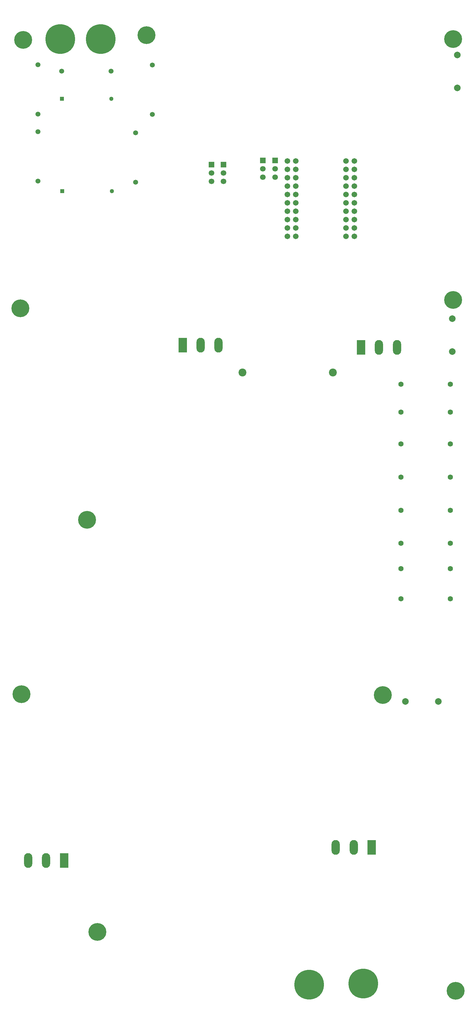
<source format=gbs>
G04 #@! TF.GenerationSoftware,KiCad,Pcbnew,9.0.3*
G04 #@! TF.CreationDate,2025-10-08T14:24:11+02:00*
G04 #@! TF.ProjectId,LLC_DCDC_V4,4c4c435f-4443-4444-935f-56342e6b6963,rev?*
G04 #@! TF.SameCoordinates,Original*
G04 #@! TF.FileFunction,Soldermask,Bot*
G04 #@! TF.FilePolarity,Negative*
%FSLAX46Y46*%
G04 Gerber Fmt 4.6, Leading zero omitted, Abs format (unit mm)*
G04 Created by KiCad (PCBNEW 9.0.3) date 2025-10-08 14:24:11*
%MOMM*%
%LPD*%
G01*
G04 APERTURE LIST*
%ADD10C,0.800000*%
%ADD11C,5.400000*%
%ADD12C,1.300000*%
%ADD13R,1.300000X1.300000*%
%ADD14C,1.500000*%
%ADD15C,1.712000*%
%ADD16C,1.700000*%
%ADD17R,1.700000X1.700000*%
%ADD18C,1.604000*%
%ADD19O,2.500000X4.500000*%
%ADD20R,2.500000X4.500000*%
%ADD21C,0.900000*%
%ADD22C,9.000000*%
%ADD23C,2.400000*%
%ADD24C,2.000000*%
G04 APERTURE END LIST*
D10*
X83526891Y-256395000D03*
X82933782Y-257826891D03*
X82933782Y-254963109D03*
X81501891Y-258420000D03*
D11*
X81501891Y-256395000D03*
D10*
X81501891Y-254370000D03*
X80070000Y-257826891D03*
X80070000Y-254963109D03*
X79476891Y-256395000D03*
D12*
X108890000Y-103785000D03*
D13*
X93890000Y-103785000D03*
D14*
X86474000Y-100727000D03*
X86474000Y-85727000D03*
D15*
X182470000Y-117495000D03*
X182470000Y-114955000D03*
X182470000Y-112415000D03*
X182470000Y-109875000D03*
X182470000Y-107335000D03*
X182470000Y-104795000D03*
X182470000Y-102255000D03*
X182470000Y-99715000D03*
X182470000Y-97175000D03*
X182470000Y-94635000D03*
X179930000Y-117495000D03*
X179930000Y-114955000D03*
X179930000Y-112415000D03*
X179930000Y-109875000D03*
X179930000Y-107335000D03*
X179930000Y-104795000D03*
X179930000Y-102255000D03*
X179930000Y-99715000D03*
X179930000Y-97175000D03*
X179930000Y-94635000D03*
X164690000Y-117495000D03*
X164690000Y-114955000D03*
X164690000Y-112415000D03*
X164690000Y-109875000D03*
X164690000Y-107335000D03*
X164690000Y-104795000D03*
X164690000Y-102255000D03*
X164690000Y-99715000D03*
X164690000Y-97175000D03*
X164690000Y-94635000D03*
X162150000Y-117495000D03*
X162150000Y-114955000D03*
X162150000Y-112415000D03*
X162150000Y-109875000D03*
X162150000Y-107335000D03*
X162150000Y-104795000D03*
X162150000Y-102255000D03*
X162150000Y-99715000D03*
X162150000Y-97175000D03*
X162150000Y-94635000D03*
D16*
X139190000Y-100792500D03*
X139190000Y-98252500D03*
D17*
X139190000Y-95712500D03*
D18*
X211670000Y-210655000D03*
X196670000Y-210655000D03*
D19*
X195440000Y-151165000D03*
X189990000Y-151165000D03*
D20*
X184540000Y-151165000D03*
D10*
X84055000Y-57875000D03*
X83461891Y-59306891D03*
X83461891Y-56443109D03*
X82030000Y-59900000D03*
D11*
X82030000Y-57875000D03*
X82030000Y-57875000D03*
D10*
X82030000Y-55850000D03*
X80598109Y-59306891D03*
X80598109Y-56443109D03*
X121475000Y-56465000D03*
X120881891Y-57896891D03*
X120881891Y-55033109D03*
X119450000Y-58490000D03*
D11*
X119450000Y-56465000D03*
D10*
X119450000Y-54440000D03*
X118018109Y-57896891D03*
X118018109Y-55033109D03*
X117425000Y-56465000D03*
D14*
X116170000Y-86075000D03*
X116170000Y-101075000D03*
D10*
X214535000Y-57645000D03*
X213941891Y-59076891D03*
X213941891Y-56213109D03*
X212510000Y-59670000D03*
D11*
X212510000Y-57645000D03*
D10*
X212510000Y-55620000D03*
X211078109Y-59076891D03*
X211078109Y-56213109D03*
X210485000Y-57645000D03*
D18*
X211670000Y-190555000D03*
X196670000Y-190555000D03*
X211670000Y-170845000D03*
X196670000Y-170845000D03*
D12*
X108800000Y-75785000D03*
D13*
X93800000Y-75785000D03*
D19*
X176860000Y-302950000D03*
X182310000Y-302950000D03*
D20*
X187760000Y-302950000D03*
D18*
X211670000Y-200605000D03*
X196670000Y-200605000D03*
D10*
X214535000Y-136775000D03*
X213941891Y-138206891D03*
X213941891Y-135343109D03*
X212510000Y-138800000D03*
D11*
X212510000Y-136775000D03*
D10*
X212510000Y-134750000D03*
X211078109Y-138206891D03*
X211078109Y-135343109D03*
X210485000Y-136775000D03*
D19*
X83540000Y-306910000D03*
X88990000Y-306910000D03*
D20*
X94440000Y-306910000D03*
D21*
X188595000Y-344200000D03*
X187606485Y-346586485D03*
X187606485Y-341813515D03*
X185220000Y-347575000D03*
D22*
X185220000Y-344200000D03*
D21*
X185220000Y-340825000D03*
X182833515Y-346586485D03*
X182833515Y-341813515D03*
X181845000Y-344200000D03*
D18*
X211670000Y-227505000D03*
X196670000Y-227505000D03*
D21*
X96653000Y-57660000D03*
X95664485Y-60046485D03*
X95664485Y-55273515D03*
X93278000Y-61035000D03*
D22*
X93278000Y-57660000D03*
D21*
X93278000Y-54285000D03*
X90891515Y-60046485D03*
X90891515Y-55273515D03*
X89903000Y-57660000D03*
D16*
X154710000Y-99572500D03*
X154710000Y-97032500D03*
D17*
X154710000Y-94492500D03*
D10*
X193130000Y-256670000D03*
X192536891Y-258101891D03*
X192536891Y-255238109D03*
X191105000Y-258695000D03*
D11*
X191105000Y-256670000D03*
D10*
X191105000Y-254645000D03*
X189673109Y-258101891D03*
X189673109Y-255238109D03*
X189080000Y-256670000D03*
D14*
X108670000Y-67345000D03*
X93670000Y-67345000D03*
D18*
X211670000Y-162385000D03*
X196670000Y-162385000D03*
D23*
X176030000Y-158795000D03*
X148530000Y-158795000D03*
D24*
X212210000Y-152455000D03*
X212210000Y-142455000D03*
D10*
X106535000Y-328540000D03*
X105941891Y-329971891D03*
X105941891Y-327108109D03*
X104510000Y-330565000D03*
D11*
X104510000Y-328540000D03*
D10*
X104510000Y-326515000D03*
X103078109Y-329971891D03*
X103078109Y-327108109D03*
X102485000Y-328540000D03*
X83145000Y-139310000D03*
X82551891Y-140741891D03*
X82551891Y-137878109D03*
X81120000Y-141335000D03*
D11*
X81120000Y-139310000D03*
D10*
X81120000Y-137285000D03*
X79688109Y-140741891D03*
X79688109Y-137878109D03*
X79095000Y-139310000D03*
D19*
X141310000Y-150475000D03*
X135860000Y-150475000D03*
D20*
X130410000Y-150475000D03*
D24*
X213770000Y-72495000D03*
X213770000Y-62495000D03*
D14*
X121200000Y-80515000D03*
X121200000Y-65515000D03*
D18*
X211670000Y-180505000D03*
X196670000Y-180505000D03*
D21*
X108899000Y-57660000D03*
X107910485Y-60046485D03*
X107910485Y-55273515D03*
X105524000Y-61035000D03*
D22*
X105524000Y-57660000D03*
D21*
X105524000Y-54285000D03*
X103137515Y-60046485D03*
X103137515Y-55273515D03*
X102149000Y-57660000D03*
D10*
X103385000Y-203560000D03*
X102791891Y-204991891D03*
X102791891Y-202128109D03*
X101360000Y-205585000D03*
D11*
X101360000Y-203560000D03*
D10*
X101360000Y-201535000D03*
X99928109Y-204991891D03*
X99928109Y-202128109D03*
X99335000Y-203560000D03*
D14*
X86474000Y-65400000D03*
X86474000Y-80400000D03*
D10*
X215286891Y-346411891D03*
X214693782Y-347843782D03*
X214693782Y-344980000D03*
X213261891Y-348436891D03*
D11*
X213261891Y-346411891D03*
D10*
X213261891Y-344386891D03*
X211830000Y-347843782D03*
X211830000Y-344980000D03*
X211236891Y-346411891D03*
D21*
X172161485Y-344586485D03*
X171172970Y-346972970D03*
X171172970Y-342200000D03*
X168786485Y-347961485D03*
D22*
X168786485Y-344586485D03*
D21*
X168786485Y-341211485D03*
X166400000Y-346972970D03*
X166400000Y-342200000D03*
X165411485Y-344586485D03*
D16*
X158460000Y-99572500D03*
X158460000Y-97032500D03*
D17*
X158460000Y-94492500D03*
D18*
X211670000Y-218305000D03*
X196670000Y-218305000D03*
D24*
X208030000Y-258600000D03*
X198030000Y-258600000D03*
D16*
X142830000Y-100792500D03*
X142830000Y-98252500D03*
D17*
X142830000Y-95712500D03*
M02*

</source>
